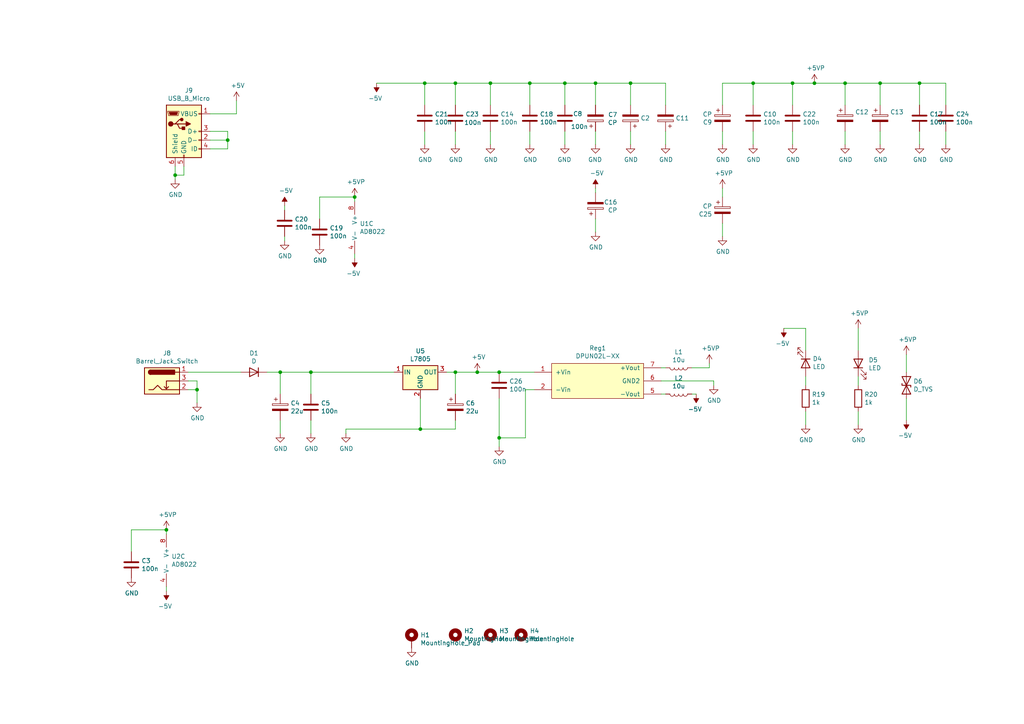
<source format=kicad_sch>
(kicad_sch (version 20211123) (generator eeschema)
  (paper "A4")
  (title_block (rev "C"))
  (lib_symbols
    (symbol "Amplifier_Operational:LM358" (pin_names (offset 0.127))
      (property "Reference" "U" (at 0 5.08 0))
      (property "Value" "LM358" (at 0 -5.08 0))
      (symbol "LM358_1_1"
        (polyline (pts (xy -5.08 5.08) (xy 5.08 0) (xy -5.08 -5.08) (xy -5.08 5.08)) (stroke (width 0.254)) (fill (type background)))
        (pin output line (at 7.62 0 180) (length 2.54) (name "~") (number "1"))
        (pin input line (at -7.62 -2.54 0) (length 2.54) (name "-") (number "2"))
        (pin input line (at -7.62 2.54 0) (length 2.54) (name "+") (number "3"))
      )
      (symbol "LM358_2_1"
        (polyline (pts (xy -5.08 5.08) (xy 5.08 0) (xy -5.08 -5.08) (xy -5.08 5.08)) (stroke (width 0.254)) (fill (type background)))
        (pin input line (at -7.62 2.54 0) (length 2.54) (name "+") (number "5"))
        (pin input line (at -7.62 -2.54 0) (length 2.54) (name "-") (number "6"))
        (pin output line (at 7.62 0 180) (length 2.54) (name "~") (number "7"))
      )
      (symbol "LM358_3_1"
        (pin power_in line (at -2.54 -7.62 90) (length 3.81) (name "V-") (number "4"))
        (pin power_in line (at -2.54 7.62 270) (length 3.81) (name "V+") (number "8"))
      )
    )
    (symbol "Connector:Barrel_Jack_Switch" (pin_names hide)
      (property "Reference" "J" (at 0 5.334 0))
      (property "Value" "Barrel_Jack_Switch" (at 0 -5.08 0))
      (symbol "Barrel_Jack_Switch_0_1"
        (rectangle (start -5.08 3.81) (end 5.08 -3.81) (stroke (width 0.254)) (fill (type background)))
        (arc (start -3.302 3.175) (mid -3.937 2.54) (end -3.302 1.905) (stroke (width 0.254)))
        (arc (start -3.302 3.175) (mid -3.937 2.54) (end -3.302 1.905) (stroke (width 0.254)) (fill (type outline)))
        (polyline (pts (xy 1.27 -2.286) (xy 1.905 -1.651)) (stroke (width 0.254)))
        (polyline (pts (xy 5.08 2.54) (xy 3.81 2.54)) (stroke (width 0.254)))
        (polyline (pts (xy 5.08 0) (xy 1.27 0) (xy 1.27 -2.286) (xy 0.635 -1.651)) (stroke (width 0.254)))
        (polyline (pts (xy -3.81 -2.54) (xy -2.54 -2.54) (xy -1.27 -1.27) (xy 0 -2.54) (xy 2.54 -2.54) (xy 5.08 -2.54)) (stroke (width 0.254)))
        (rectangle (start 3.683 3.175) (end -3.302 1.905) (stroke (width 0.254)) (fill (type outline)))
      )
      (symbol "Barrel_Jack_Switch_1_1"
        (pin passive line (at 7.62 2.54 180) (length 2.54) (name "~") (number "1"))
        (pin passive line (at 7.62 -2.54 180) (length 2.54) (name "~") (number "2"))
        (pin passive line (at 7.62 0 180) (length 2.54) (name "~") (number "3"))
      )
    )
    (symbol "Connector:USB_B_Micro" (pin_names (offset 1.016))
      (property "Reference" "J" (at -5.08 11.43 0))
      (property "Value" "USB_B_Micro" (at -5.08 8.89 0))
      (symbol "USB_B_Micro_0_1"
        (rectangle (start -5.08 -7.62) (end 5.08 7.62) (stroke (width 0.254)) (fill (type background)))
        (circle (center -3.81 2.159) (radius 0.635) (stroke (width 0.254)) (fill (type outline)))
        (circle (center -0.635 3.429) (radius 0.381) (stroke (width 0.254)) (fill (type outline)))
        (rectangle (start -0.127 -7.62) (end 0.127 -6.858))
        (polyline (pts (xy -1.905 2.159) (xy 0.635 2.159)) (stroke (width 0.254)))
        (polyline (pts (xy -3.175 2.159) (xy -2.54 2.159) (xy -1.27 3.429) (xy -0.635 3.429)) (stroke (width 0.254)))
        (polyline (pts (xy -2.54 2.159) (xy -1.905 2.159) (xy -1.27 0.889) (xy 0 0.889)) (stroke (width 0.254)))
        (polyline (pts (xy 0.635 2.794) (xy 0.635 1.524) (xy 1.905 2.159) (xy 0.635 2.794)) (stroke (width 0.254)) (fill (type outline)))
        (polyline (pts (xy -4.318 5.588) (xy -1.778 5.588) (xy -2.032 4.826) (xy -4.064 4.826) (xy -4.318 5.588)) (fill (type outline)))
        (polyline (pts (xy -4.699 5.842) (xy -4.699 5.588) (xy -4.445 4.826) (xy -4.445 4.572) (xy -1.651 4.572) (xy -1.651 4.826) (xy -1.397 5.588) (xy -1.397 5.842) (xy -4.699 5.842)))
        (rectangle (start 0.254 1.27) (end -0.508 0.508) (stroke (width 0.254)) (fill (type outline)))
        (rectangle (start 5.08 -5.207) (end 4.318 -4.953))
        (rectangle (start 5.08 -2.667) (end 4.318 -2.413))
        (rectangle (start 5.08 -0.127) (end 4.318 0.127))
        (rectangle (start 5.08 4.953) (end 4.318 5.207))
      )
      (symbol "USB_B_Micro_1_1"
        (pin power_out line (at 7.62 5.08 180) (length 2.54) (name "VBUS") (number "1"))
        (pin bidirectional line (at 7.62 -2.54 180) (length 2.54) (name "D-") (number "2"))
        (pin bidirectional line (at 7.62 0 180) (length 2.54) (name "D+") (number "3"))
        (pin passive line (at 7.62 -5.08 180) (length 2.54) (name "ID") (number "4"))
        (pin power_out line (at 0 -10.16 90) (length 2.54) (name "GND") (number "5"))
        (pin passive line (at -2.54 -10.16 90) (length 2.54) (name "Shield") (number "6"))
      )
    )
    (symbol "Device:C" (pin_numbers hide) (pin_names (offset 0.254))
      (property "Reference" "C" (at 0.635 2.54 0))
      (property "Value" "C" (at 0.635 -2.54 0))
      (symbol "C_0_1"
        (polyline (pts (xy -2.032 -0.762) (xy 2.032 -0.762)) (stroke (width 0.508)))
        (polyline (pts (xy -2.032 0.762) (xy 2.032 0.762)) (stroke (width 0.508)))
      )
      (symbol "C_1_1"
        (pin passive line (at 0 3.81 270) (length 2.794) (name "~") (number "1"))
        (pin passive line (at 0 -3.81 90) (length 2.794) (name "~") (number "2"))
      )
    )
    (symbol "Device:CP" (pin_numbers hide) (pin_names (offset 0.254))
      (property "Reference" "C" (at 0.635 2.54 0))
      (property "Value" "Device_CP" (at 0.635 -2.54 0))
      (symbol "CP_0_1"
        (rectangle (start -2.286 0.508) (end 2.286 1.016))
        (polyline (pts (xy -1.778 2.286) (xy -0.762 2.286)))
        (polyline (pts (xy -1.27 2.794) (xy -1.27 1.778)))
        (rectangle (start 2.286 -0.508) (end -2.286 -1.016) (fill (type outline)))
      )
      (symbol "CP_1_1"
        (pin passive line (at 0 3.81 270) (length 2.794) (name "~") (number "1"))
        (pin passive line (at 0 -3.81 90) (length 2.794) (name "~") (number "2"))
      )
    )
    (symbol "Device:C_Polarized" (pin_numbers hide) (pin_names (offset 0.254))
      (property "Reference" "C" (at 0.635 2.54 0))
      (property "Value" "C_Polarized" (at 0.635 -2.54 0))
      (symbol "C_Polarized_0_1"
        (rectangle (start -2.286 0.508) (end 2.286 1.016))
        (polyline (pts (xy -1.778 2.286) (xy -0.762 2.286)))
        (polyline (pts (xy -1.27 2.794) (xy -1.27 1.778)))
        (rectangle (start 2.286 -0.508) (end -2.286 -1.016) (fill (type outline)))
      )
      (symbol "C_Polarized_1_1"
        (pin passive line (at 0 3.81 270) (length 2.794) (name "~") (number "1"))
        (pin passive line (at 0 -3.81 90) (length 2.794) (name "~") (number "2"))
      )
    )
    (symbol "Device:D" (pin_numbers hide) (pin_names (offset 1.016) hide)
      (property "Reference" "D" (at 0 2.54 0))
      (property "Value" "D" (at 0 -2.54 0))
      (symbol "D_0_1"
        (polyline (pts (xy -1.27 1.27) (xy -1.27 -1.27)) (stroke (width 0.254)))
        (polyline (pts (xy 1.27 0) (xy -1.27 0)))
        (polyline (pts (xy 1.27 1.27) (xy 1.27 -1.27) (xy -1.27 0) (xy 1.27 1.27)) (stroke (width 0.254)))
      )
      (symbol "D_1_1"
        (pin passive line (at -3.81 0 0) (length 2.54) (name "K") (number "1"))
        (pin passive line (at 3.81 0 180) (length 2.54) (name "A") (number "2"))
      )
    )
    (symbol "Device:D_TVS" (pin_numbers hide) (pin_names (offset 1.016) hide)
      (property "Reference" "D" (at 0 2.54 0))
      (property "Value" "D_TVS" (at 0 -2.54 0))
      (symbol "D_TVS_0_1"
        (polyline (pts (xy 1.27 0) (xy -1.27 0)))
        (polyline (pts (xy 0.508 1.27) (xy 0 1.27) (xy 0 -1.27) (xy -0.508 -1.27)) (stroke (width 0.254)))
        (polyline (pts (xy -2.54 1.27) (xy -2.54 -1.27) (xy 2.54 1.27) (xy 2.54 -1.27) (xy -2.54 1.27)) (stroke (width 0.254)))
      )
      (symbol "D_TVS_1_1"
        (pin passive line (at -3.81 0 0) (length 2.54) (name "A1") (number "1"))
        (pin passive line (at 3.81 0 180) (length 2.54) (name "A2") (number "2"))
      )
    )
    (symbol "Device:L" (pin_numbers hide) (pin_names (offset 1.016) hide)
      (property "Reference" "L" (at -1.27 0 90))
      (property "Value" "L" (at 1.905 0 90))
      (symbol "L_0_1"
        (arc (start 0 -2.54) (mid 0.635 -1.905) (end 0 -1.27))
        (arc (start 0 -1.27) (mid 0.635 -0.635) (end 0 0))
        (arc (start 0 0) (mid 0.635 0.635) (end 0 1.27))
        (arc (start 0 1.27) (mid 0.635 1.905) (end 0 2.54))
      )
      (symbol "L_1_1"
        (pin passive line (at 0 3.81 270) (length 1.27) (name "1") (number "1"))
        (pin passive line (at 0 -3.81 90) (length 1.27) (name "2") (number "2"))
      )
    )
    (symbol "Device:LED" (pin_numbers hide) (pin_names (offset 1.016) hide)
      (property "Reference" "D" (at 0 2.54 0))
      (property "Value" "LED" (at 0 -2.54 0))
      (symbol "LED_0_1"
        (polyline (pts (xy -1.27 -1.27) (xy -1.27 1.27)) (stroke (width 0.254)))
        (polyline (pts (xy -1.27 0) (xy 1.27 0)))
        (polyline (pts (xy 1.27 -1.27) (xy 1.27 1.27) (xy -1.27 0) (xy 1.27 -1.27)) (stroke (width 0.254)))
        (polyline (pts (xy -3.048 -0.762) (xy -4.572 -2.286) (xy -3.81 -2.286) (xy -4.572 -2.286) (xy -4.572 -1.524)))
        (polyline (pts (xy -1.778 -0.762) (xy -3.302 -2.286) (xy -2.54 -2.286) (xy -3.302 -2.286) (xy -3.302 -1.524)))
      )
      (symbol "LED_1_1"
        (pin passive line (at -3.81 0 0) (length 2.54) (name "K") (number "1"))
        (pin passive line (at 3.81 0 180) (length 2.54) (name "A") (number "2"))
      )
    )
    (symbol "Device:R" (pin_numbers hide) (pin_names (offset 0))
      (property "Reference" "R" (at 2.032 0 90))
      (property "Value" "R" (at 0 0 90))
      (symbol "R_0_1"
        (rectangle (start -1.016 -2.54) (end 1.016 2.54) (stroke (width 0.254)))
      )
      (symbol "R_1_1"
        (pin passive line (at 0 3.81 270) (length 1.27) (name "~") (number "1"))
        (pin passive line (at 0 -3.81 90) (length 1.27) (name "~") (number "2"))
      )
    )
    (symbol "Martinos:DPUN02L-XX" (pin_names (offset 1.016))
      (property "Reference" "Reg" (at 0 -1.27 0))
      (property "Value" "Martinos_DPUN02L-XX" (at -1.27 1.27 0))
      (symbol "DPUN02L-XX_0_1"
        (rectangle (start -13.97 5.08) (end 12.7 -5.08) (fill (type background)))
      )
      (symbol "DPUN02L-XX_1_1"
        (pin power_in line (at -19.05 2.54 0) (length 5.08) (name "+Vin") (number "1"))
        (pin power_in line (at -19.05 -2.54 0) (length 5.08) (name "-Vin") (number "2"))
        (pin power_out line (at 17.78 -3.81 180) (length 5.08) (name "-Vout") (number "5"))
        (pin power_out line (at 17.78 0 180) (length 5.08) (name "GND2") (number "6"))
        (pin power_out line (at 17.78 3.81 180) (length 5.08) (name "+Vout") (number "7"))
      )
    )
    (symbol "Mechanical:MountingHole" (pin_names (offset 1.016))
      (property "Reference" "H" (at 0 5.08 0))
      (property "Value" "MountingHole" (at 0 3.175 0))
      (symbol "MountingHole_0_1"
        (circle (center 0 0) (radius 1.27) (stroke (width 1.27)))
      )
    )
    (symbol "Mechanical:MountingHole_Pad" (pin_numbers hide) (pin_names (offset 1.016) hide)
      (property "Reference" "H" (at 0 6.35 0))
      (property "Value" "MountingHole_Pad" (at 0 4.445 0))
      (symbol "MountingHole_Pad_0_1"
        (circle (center 0 1.27) (radius 1.27) (stroke (width 1.27)))
      )
      (symbol "MountingHole_Pad_1_1"
        (pin input line (at 0 -2.54 90) (length 2.54) (name "1") (number "1"))
      )
    )
    (symbol "Regulator_Linear:L7805" (pin_names (offset 0.254))
      (property "Reference" "U" (at -3.81 3.175 0))
      (property "Value" "L7805" (at 0 3.175 0))
      (symbol "L7805_0_1"
        (rectangle (start -5.08 1.905) (end 5.08 -5.08) (stroke (width 0.254)) (fill (type background)))
      )
      (symbol "L7805_1_1"
        (pin power_in line (at -7.62 0 0) (length 2.54) (name "IN") (number "1"))
        (pin power_in line (at 0 -7.62 90) (length 2.54) (name "GND") (number "2"))
        (pin power_out line (at 7.62 0 180) (length 2.54) (name "OUT") (number "3"))
      )
    )
    (symbol "power:+5V" (power) (pin_names (offset 0))
      (property "Value" "+5V" (at 0 3.556 0))
      (symbol "+5V_0_1"
        (polyline (pts (xy -0.762 1.27) (xy 0 2.54)))
        (polyline (pts (xy 0 0) (xy 0 2.54)))
        (polyline (pts (xy 0 2.54) (xy 0.762 1.27)))
      )
      (symbol "+5V_1_1"
        (pin power_in line (at 0 0 90) (length 0) hide (name "+5V") (number "1"))
      )
    )
    (symbol "power:+5VP" (power) (pin_names (offset 0))
      (property "Value" "+5VP" (at 0 3.556 0))
      (symbol "+5VP_0_1"
        (polyline (pts (xy -0.762 1.27) (xy 0 2.54)))
        (polyline (pts (xy 0 0) (xy 0 2.54)))
        (polyline (pts (xy 0 2.54) (xy 0.762 1.27)))
      )
      (symbol "+5VP_1_1"
        (pin power_in line (at 0 0 90) (length 0) hide (name "+5VP") (number "1"))
      )
    )
    (symbol "power:-5V" (power) (pin_names (offset 0))
      (property "Value" "-5V" (at 0 3.81 0))
      (symbol "-5V_0_0"
        (pin power_in line (at 0 0 90) (length 0) hide (name "-5V") (number "1"))
      )
      (symbol "-5V_0_1"
        (polyline (pts (xy 0 0) (xy 0 1.27) (xy 0.762 1.27) (xy 0 2.54) (xy -0.762 1.27) (xy 0 1.27)) (fill (type outline)))
      )
    )
    (symbol "power:GND" (power) (pin_names (offset 0))
      (property "Value" "GND" (at 0 -3.81 0))
      (symbol "GND_0_1"
        (polyline (pts (xy 0 0) (xy 0 -1.27) (xy 1.27 -1.27) (xy 0 -2.54) (xy -1.27 -1.27) (xy 0 -1.27)))
      )
      (symbol "GND_1_1"
        (pin power_in line (at 0 0 270) (length 0) hide (name "GND") (number "1"))
      )
    )
  )
  (junction (at 144.78 127))
  (junction (at 245.11 24.13))
  (junction (at 163.83 24.13))
  (junction (at 121.92 124.46))
  (junction (at 90.17 107.95))
  (junction (at 81.28 107.95))
  (junction (at 50.8 50.8))
  (junction (at 236.22 24.13))
  (junction (at 66.04 40.64))
  (junction (at 142.24 24.13))
  (junction (at 132.08 107.95))
  (junction (at 218.44 24.13))
  (junction (at 132.08 24.13))
  (junction (at 48.26 153.67))
  (junction (at 266.7 24.13))
  (junction (at 182.88 24.13))
  (junction (at 144.78 107.95))
  (junction (at 138.43 107.95))
  (junction (at 57.15 113.03))
  (junction (at 123.19 24.13))
  (junction (at 229.87 24.13))
  (junction (at 153.67 24.13))
  (junction (at 102.87 57.15))
  (junction (at 255.27 24.13))
  (junction (at 172.72 24.13))
  (wire (pts (xy 138.43 107.95) (xy 144.78 107.95)))
  (wire (pts (xy 207.01 110.49) (xy 207.01 111.76)))
  (wire (pts (xy 172.72 67.31) (xy 172.72 63.5)))
  (wire (pts (xy 255.27 24.13) (xy 255.27 30.48)))
  (wire (pts (xy 172.72 54.61) (xy 172.72 55.88)))
  (wire (pts (xy 66.04 43.18) (xy 66.04 40.64)))
  (wire (pts (xy 191.77 106.68) (xy 193.04 106.68)))
  (wire (pts (xy 266.7 24.13) (xy 266.7 30.48)))
  (wire (pts (xy 54.61 113.03) (xy 57.15 113.03)))
  (wire (pts (xy 255.27 24.13) (xy 266.7 24.13)))
  (wire (pts (xy 172.72 41.91) (xy 172.72 38.1)))
  (wire (pts (xy 255.27 41.91) (xy 255.27 38.1)))
  (wire (pts (xy 54.61 107.95) (xy 69.85 107.95)))
  (wire (pts (xy 182.88 41.91) (xy 182.88 38.1)))
  (wire (pts (xy 50.8 52.07) (xy 50.8 50.8)))
  (wire (pts (xy 205.74 106.68) (xy 205.74 105.41)))
  (wire (pts (xy 109.22 24.13) (xy 123.19 24.13)))
  (wire (pts (xy 153.67 24.13) (xy 153.67 30.48)))
  (wire (pts (xy 233.68 111.76) (xy 233.68 109.22)))
  (wire (pts (xy 121.92 124.46) (xy 121.92 115.57)))
  (wire (pts (xy 144.78 129.54) (xy 144.78 127)))
  (wire (pts (xy 81.28 125.73) (xy 81.28 121.92)))
  (wire (pts (xy 172.72 24.13) (xy 163.83 24.13)))
  (wire (pts (xy 245.11 24.13) (xy 255.27 24.13)))
  (wire (pts (xy 266.7 41.91) (xy 266.7 38.1)))
  (wire (pts (xy 121.92 124.46) (xy 132.08 124.46)))
  (wire (pts (xy 229.87 24.13) (xy 236.22 24.13)))
  (wire (pts (xy 132.08 24.13) (xy 132.08 30.48)))
  (wire (pts (xy 60.96 33.02) (xy 68.58 33.02)))
  (wire (pts (xy 218.44 24.13) (xy 229.87 24.13)))
  (wire (pts (xy 152.4 127) (xy 144.78 127)))
  (wire (pts (xy 38.1 153.67) (xy 38.1 160.02)))
  (wire (pts (xy 154.94 113.03) (xy 152.4 113.03)))
  (wire (pts (xy 274.32 24.13) (xy 274.32 30.48)))
  (wire (pts (xy 48.26 153.67) (xy 38.1 153.67)))
  (wire (pts (xy 81.28 107.95) (xy 81.28 114.3)))
  (wire (pts (xy 245.11 24.13) (xy 245.11 30.48)))
  (wire (pts (xy 248.92 111.76) (xy 248.92 109.22)))
  (wire (pts (xy 182.88 24.13) (xy 182.88 30.48)))
  (wire (pts (xy 245.11 41.91) (xy 245.11 38.1)))
  (wire (pts (xy 209.55 41.91) (xy 209.55 38.1)))
  (wire (pts (xy 209.55 54.61) (xy 209.55 57.15)))
  (wire (pts (xy 233.68 119.38) (xy 233.68 123.19)))
  (wire (pts (xy 153.67 41.91) (xy 153.67 38.1)))
  (wire (pts (xy 182.88 24.13) (xy 193.04 24.13)))
  (wire (pts (xy 57.15 110.49) (xy 57.15 113.03)))
  (wire (pts (xy 209.55 24.13) (xy 209.55 30.48)))
  (wire (pts (xy 102.87 73.66) (xy 102.87 74.93)))
  (wire (pts (xy 172.72 24.13) (xy 182.88 24.13)))
  (wire (pts (xy 274.32 41.91) (xy 274.32 38.1)))
  (wire (pts (xy 48.26 153.67) (xy 48.26 154.94)))
  (wire (pts (xy 248.92 119.38) (xy 248.92 123.19)))
  (wire (pts (xy 262.89 102.87) (xy 262.89 107.95)))
  (wire (pts (xy 66.04 40.64) (xy 60.96 40.64)))
  (wire (pts (xy 144.78 115.57) (xy 144.78 127)))
  (wire (pts (xy 142.24 41.91) (xy 142.24 38.1)))
  (wire (pts (xy 129.54 107.95) (xy 132.08 107.95)))
  (wire (pts (xy 163.83 24.13) (xy 163.83 30.48)))
  (wire (pts (xy 132.08 124.46) (xy 132.08 121.92)))
  (wire (pts (xy 81.28 107.95) (xy 90.17 107.95)))
  (wire (pts (xy 142.24 24.13) (xy 153.67 24.13)))
  (wire (pts (xy 60.96 43.18) (xy 66.04 43.18)))
  (wire (pts (xy 138.43 107.95) (xy 132.08 107.95)))
  (wire (pts (xy 48.26 170.18) (xy 48.26 171.45)))
  (wire (pts (xy 66.04 38.1) (xy 66.04 40.64)))
  (wire (pts (xy 153.67 24.13) (xy 163.83 24.13)))
  (wire (pts (xy 53.34 50.8) (xy 50.8 50.8)))
  (wire (pts (xy 191.77 110.49) (xy 207.01 110.49)))
  (wire (pts (xy 123.19 41.91) (xy 123.19 38.1)))
  (wire (pts (xy 92.71 57.15) (xy 92.71 63.5)))
  (wire (pts (xy 200.66 114.3) (xy 201.93 114.3)))
  (wire (pts (xy 102.87 57.15) (xy 102.87 58.42)))
  (wire (pts (xy 142.24 24.13) (xy 142.24 30.48)))
  (wire (pts (xy 90.17 107.95) (xy 114.3 107.95)))
  (wire (pts (xy 100.33 125.73) (xy 100.33 124.46)))
  (wire (pts (xy 218.44 41.91) (xy 218.44 38.1)))
  (wire (pts (xy 54.61 110.49) (xy 57.15 110.49)))
  (wire (pts (xy 57.15 113.03) (xy 57.15 116.84)))
  (wire (pts (xy 132.08 107.95) (xy 132.08 114.3)))
  (wire (pts (xy 218.44 24.13) (xy 218.44 30.48)))
  (wire (pts (xy 132.08 41.91) (xy 132.08 38.1)))
  (wire (pts (xy 262.89 115.57) (xy 262.89 121.92)))
  (wire (pts (xy 191.77 114.3) (xy 193.04 114.3)))
  (wire (pts (xy 266.7 24.13) (xy 274.32 24.13)))
  (wire (pts (xy 248.92 95.25) (xy 248.92 101.6)))
  (wire (pts (xy 123.19 24.13) (xy 123.19 30.48)))
  (wire (pts (xy 163.83 41.91) (xy 163.83 38.1)))
  (wire (pts (xy 68.58 33.02) (xy 68.58 29.21)))
  (wire (pts (xy 200.66 106.68) (xy 205.74 106.68)))
  (wire (pts (xy 50.8 50.8) (xy 50.8 48.26)))
  (wire (pts (xy 152.4 113.03) (xy 152.4 127)))
  (wire (pts (xy 193.04 41.91) (xy 193.04 38.1)))
  (wire (pts (xy 90.17 125.73) (xy 90.17 121.92)))
  (wire (pts (xy 172.72 24.13) (xy 172.72 30.48)))
  (wire (pts (xy 82.55 59.69) (xy 82.55 60.96)))
  (wire (pts (xy 236.22 24.13) (xy 245.11 24.13)))
  (wire (pts (xy 100.33 124.46) (xy 121.92 124.46)))
  (wire (pts (xy 53.34 48.26) (xy 53.34 50.8)))
  (wire (pts (xy 144.78 107.95) (xy 154.94 107.95)))
  (wire (pts (xy 229.87 30.48) (xy 229.87 24.13)))
  (wire (pts (xy 209.55 24.13) (xy 218.44 24.13)))
  (wire (pts (xy 229.87 41.91) (xy 229.87 38.1)))
  (wire (pts (xy 60.96 38.1) (xy 66.04 38.1)))
  (wire (pts (xy 82.55 68.58) (xy 82.55 69.85)))
  (wire (pts (xy 132.08 24.13) (xy 142.24 24.13)))
  (wire (pts (xy 102.87 57.15) (xy 92.71 57.15)))
  (wire (pts (xy 90.17 107.95) (xy 90.17 114.3)))
  (wire (pts (xy 193.04 24.13) (xy 193.04 30.48)))
  (wire (pts (xy 209.55 68.58) (xy 209.55 64.77)))
  (wire (pts (xy 77.47 107.95) (xy 81.28 107.95)))
  (wire (pts (xy 233.68 95.25) (xy 233.68 101.6)))
  (wire (pts (xy 233.68 95.25) (xy 227.33 95.25)))
  (wire (pts (xy 123.19 24.13) (xy 132.08 24.13)))
  (symbol (lib_id "power:GND") (at 172.72 41.91 0) (mirror y) (unit 1)
    (property "Reference" "#PWR0134" (effects hide))
    (property "Value" "GND" (at 172.593 46.3042 0))
  )
  (symbol (lib_id "power:GND") (at 92.71 71.12 0) (unit 1)
    (property "Reference" "#PWR0160" (effects hide))
    (property "Value" "GND" (at 92.837 75.5142 0))
  )
  (symbol (lib_id "Connector:Barrel_Jack_Switch") (at 46.99 110.49 0) (unit 1)
    (property "Reference" "J8" (at 48.4378 102.4382 0))
    (property "Value" "Barrel_Jack_Switch" (at 48.4378 104.7496 0))
    (property "Footprint" "Connector_BarrelJack:BarrelJack_Horizontal" (effects hide))
  )
  (symbol (lib_id "Mechanical:MountingHole") (at 151.13 184.15 0) (unit 1)
    (property "Reference" "H4" (at 153.67 182.9816 0) (effects (justify left)))
    (property "Value" "MountingHole" (at 153.67 185.293 0) (effects (justify left)))
    (property "Footprint" "MountingHole:MountingHole_4mm" (effects hide))
  )
  (symbol (lib_id "Device:D_TVS") (at 262.89 111.76 270) (unit 1)
    (property "Reference" "D6" (at 264.922 110.5916 90) (effects (justify left)))
    (property "Value" "D_TVS" (at 264.922 112.903 90) (effects (justify left)))
    (property "Footprint" "Diode_SMD:D_SMA" (effects hide))
  )
  (symbol (lib_id "Device:L") (at 196.85 114.3 270) (unit 1)
    (property "Reference" "L2" (at 196.85 109.7026 90))
    (property "Value" "10u" (at 196.85 112.014 90))
    (property "Footprint" "Inductor_SMD:L_Taiyo-Yuden_NR-60xx_HandSoldering" (effects hide))
  )
  (symbol (lib_id "Device:C") (at 274.32 34.29 0) (unit 1)
    (property "Reference" "C24" (at 277.241 33.1216 0) (effects (justify left)))
    (property "Value" "100n" (at 277.241 35.433 0) (effects (justify left)))
    (property "Footprint" "Capacitor_SMD:C_0805_2012Metric" (effects hide))
  )
  (symbol (lib_id "Device:C") (at 90.17 118.11 0) (unit 1)
    (property "Reference" "C5" (at 93.091 116.9416 0) (effects (justify left)))
    (property "Value" "100n" (at 93.091 119.253 0) (effects (justify left)))
    (property "Footprint" "Capacitor_SMD:C_0805_2012Metric" (effects hide))
  )
  (symbol (lib_id "power:GND") (at 193.04 41.91 0) (unit 1)
    (property "Reference" "#PWR0136" (effects hide))
    (property "Value" "GND" (at 193.167 46.3042 0))
  )
  (symbol (lib_id "power:GND") (at 172.72 67.31 0) (unit 1)
    (property "Reference" "#PWR0173" (effects hide))
    (property "Value" "GND" (at 172.847 71.7042 0))
  )
  (symbol (lib_id "Device:CP") (at 209.55 60.96 0) (unit 1)
    (property "Reference" "C25" (at 206.5528 62.1284 0) (effects (justify right)))
    (property "Value" "CP" (at 206.5528 59.817 0) (effects (justify right)))
    (property "Footprint" "Capacitor_THT:CP_Radial_D8.0mm_P5.00mm" (effects hide))
  )
  (symbol (lib_id "power:GND") (at 90.17 125.73 0) (unit 1)
    (property "Reference" "#PWR0117" (effects hide))
    (property "Value" "GND" (at 90.297 130.1242 0))
  )
  (symbol (lib_id "Mechanical:MountingHole") (at 132.08 184.15 0) (unit 1)
    (property "Reference" "H2" (at 134.62 182.9816 0) (effects (justify left)))
    (property "Value" "MountingHole" (at 134.62 185.293 0) (effects (justify left)))
    (property "Footprint" "MountingHole:MountingHole_4mm" (effects hide))
  )
  (symbol (lib_id "Device:C") (at 38.1 163.83 0) (unit 1)
    (property "Reference" "C3" (at 41.021 162.6616 0) (effects (justify left)))
    (property "Value" "100n" (at 41.021 164.973 0) (effects (justify left)))
    (property "Footprint" "Capacitor_SMD:C_0805_2012Metric" (effects hide))
  )
  (symbol (lib_id "Device:C_Polarized") (at 182.88 34.29 180) (unit 1)
    (property "Reference" "C2" (at 185.801 34.2705 0) (effects (justify right)))
    (property "Value" "C_Polarized" (effects hide))
    (property "Footprint" "Capacitor_SMD:C_1206_3216Metric_Pad1.33x1.80mm_HandSolder" (effects hide))
  )
  (symbol (lib_id "Regulator_Linear:L7805") (at 121.92 107.95 0) (unit 1)
    (property "Reference" "U5" (at 121.92 101.8032 0))
    (property "Value" "L7805" (at 121.92 104.1146 0))
    (property "Footprint" "Package_TO_SOT_THT:TO-220-3_Vertical" (effects hide))
    (property "Datasheet" "http://www.st.com/content/ccc/resource/technical/document/datasheet/41/4f/b3/b0/12/d4/47/88/CD00000444.pdf/files/CD00000444.pdf/jcr:content/translations/en.CD00000444.pdf" (effects hide))
  )
  (symbol (lib_id "power:GND") (at 209.55 68.58 0) (unit 1)
    (property "Reference" "#PWR0155" (effects hide))
    (property "Value" "GND" (at 209.677 72.9742 0))
  )
  (symbol (lib_id "power:GND") (at 233.68 123.19 0) (unit 1)
    (property "Reference" "#PWR0104" (effects hide))
    (property "Value" "GND" (at 233.807 127.5842 0))
  )
  (symbol (lib_id "Device:C") (at 266.7 34.29 0) (unit 1)
    (property "Reference" "C17" (at 269.621 33.1216 0) (effects (justify left)))
    (property "Value" "100n" (at 269.621 35.433 0) (effects (justify left)))
    (property "Footprint" "Capacitor_SMD:C_0805_2012Metric" (effects hide))
  )
  (symbol (lib_id "power:+5VP") (at 248.92 95.25 0) (unit 1)
    (property "Reference" "#PWR0165" (effects hide))
    (property "Value" "+5VP" (at 249.301 90.8558 0))
  )
  (symbol (lib_id "power:-5V") (at 262.89 121.92 180) (unit 1)
    (property "Reference" "#PWR0151" (effects hide))
    (property "Value" "-5V" (at 262.509 126.3142 0))
  )
  (symbol (lib_id "power:-5V") (at 201.93 114.3 180) (unit 1)
    (property "Reference" "#PWR0133" (effects hide))
    (property "Value" "-5V" (at 201.549 118.6942 0))
  )
  (symbol (lib_id "Amplifier_Operational:LM358") (at 50.8 162.56 0) (unit 3)
    (property "Reference" "U2" (at 49.7332 161.3916 0) (effects (justify left)))
    (property "Value" "AD8022" (at 49.7332 163.703 0) (effects (justify left)))
    (property "Footprint" "Package_SO:SO-8_3.9x4.9mm_P1.27mm" (effects hide))
    (property "Datasheet" "http://www.ti.com/lit/ds/symlink/lm2904-n.pdf" (effects hide))
  )
  (symbol (lib_id "Device:C") (at 163.83 34.29 0) (mirror y) (unit 1)
    (property "Reference" "C8" (at 168.91 33.02 0) (effects (justify left)))
    (property "Value" "100n" (at 170.561 36.7284 0) (effects (justify left)))
    (property "Footprint" "Capacitor_SMD:C_0805_2012Metric" (effects hide))
  )
  (symbol (lib_id "power:-5V") (at 227.33 95.25 180) (unit 1)
    (property "Reference" "#PWR0164" (effects hide))
    (property "Value" "-5V" (at 226.949 99.6442 0))
  )
  (symbol (lib_id "power:+5VP") (at 48.26 153.67 0) (unit 1)
    (property "Reference" "#PWR0146" (effects hide))
    (property "Value" "+5VP" (at 48.641 149.2758 0))
  )
  (symbol (lib_id "power:+5VP") (at 205.74 105.41 0) (unit 1)
    (property "Reference" "#PWR0129" (effects hide))
    (property "Value" "+5VP" (at 206.121 101.0158 0))
  )
  (symbol (lib_id "Device:C") (at 92.71 67.31 0) (unit 1)
    (property "Reference" "C19" (at 95.631 66.1416 0) (effects (justify left)))
    (property "Value" "100n" (at 95.631 68.453 0) (effects (justify left)))
    (property "Footprint" "Capacitor_SMD:C_0805_2012Metric" (effects hide))
  )
  (symbol (lib_id "power:GND") (at 142.24 41.91 0) (unit 1)
    (property "Reference" "#PWR0154" (effects hide))
    (property "Value" "GND" (at 142.367 46.3042 0))
  )
  (symbol (lib_id "power:+5VP") (at 236.22 24.13 0) (unit 1)
    (property "Reference" "#PWR0150" (effects hide))
    (property "Value" "+5VP" (at 236.601 19.7358 0))
  )
  (symbol (lib_id "power:GND") (at 123.19 41.91 0) (unit 1)
    (property "Reference" "#PWR0169" (effects hide))
    (property "Value" "GND" (at 123.317 46.3042 0))
  )
  (symbol (lib_id "power:GND") (at 81.28 125.73 0) (unit 1)
    (property "Reference" "#PWR0116" (effects hide))
    (property "Value" "GND" (at 81.407 130.1242 0))
  )
  (symbol (lib_id "Device:C") (at 132.08 34.29 0) (unit 1)
    (property "Reference" "C23" (at 135.001 33.1216 0) (effects (justify left)))
    (property "Value" "100n" (at 134.62 35.56 0) (effects (justify left)))
    (property "Footprint" "Capacitor_SMD:C_0805_2012Metric" (effects hide))
  )
  (symbol (lib_id "Amplifier_Operational:LM358") (at 105.41 66.04 0) (unit 3)
    (property "Reference" "U1" (at 104.3432 64.8716 0) (effects (justify left)))
    (property "Value" "AD8022" (at 104.3432 67.183 0) (effects (justify left)))
    (property "Footprint" "Package_SO:SO-8_3.9x4.9mm_P1.27mm" (effects hide))
    (property "Datasheet" "http://www.ti.com/lit/ds/symlink/lm2904-n.pdf" (effects hide))
  )
  (symbol (lib_id "Device:C") (at 142.24 34.29 0) (unit 1)
    (property "Reference" "C14" (at 145.161 33.1216 0) (effects (justify left)))
    (property "Value" "100n" (at 145.161 35.433 0) (effects (justify left)))
    (property "Footprint" "Capacitor_SMD:C_0805_2012Metric" (effects hide))
  )
  (symbol (lib_id "Device:CP") (at 209.55 34.29 0) (unit 1)
    (property "Reference" "C9" (at 206.5528 35.4584 0) (effects (justify right)))
    (property "Value" "CP" (at 206.5528 33.147 0) (effects (justify right)))
    (property "Footprint" "Capacitor_THT:CP_Radial_D8.0mm_P5.00mm" (effects hide))
  )
  (symbol (lib_id "Device:C_Polarized") (at 255.27 34.29 0) (unit 1)
    (property "Reference" "C13" (at 258.191 32.4925 0) (effects (justify left)))
    (property "Value" "C_Polarized" (effects hide))
    (property "Footprint" "Capacitor_SMD:C_1206_3216Metric_Pad1.33x1.80mm_HandSolder" (effects hide))
  )
  (symbol (lib_id "power:-5V") (at 102.87 74.93 180) (unit 1)
    (property "Reference" "#PWR0159" (effects hide))
    (property "Value" "-5V" (at 102.489 79.3242 0))
  )
  (symbol (lib_id "power:GND") (at 229.87 41.91 0) (unit 1)
    (property "Reference" "#PWR0167" (effects hide))
    (property "Value" "GND" (at 229.997 46.3042 0))
  )
  (symbol (lib_id "power:+5V") (at 68.58 29.21 0) (unit 1)
    (property "Reference" "#PWR0113" (effects hide))
    (property "Value" "+5V" (at 68.961 24.8158 0))
  )
  (symbol (lib_id "power:GND") (at 100.33 125.73 0) (unit 1)
    (property "Reference" "#PWR0118" (effects hide))
    (property "Value" "GND" (at 100.457 130.1242 0))
  )
  (symbol (lib_id "power:GND") (at 153.67 41.91 0) (unit 1)
    (property "Reference" "#PWR0156" (effects hide))
    (property "Value" "GND" (at 153.797 46.3042 0))
  )
  (symbol (lib_id "Device:LED") (at 233.68 105.41 270) (unit 1)
    (property "Reference" "D4" (at 235.712 104.0638 90) (effects (justify left)))
    (property "Value" "LED" (at 235.712 106.3752 90) (effects (justify left)))
    (property "Footprint" "LED_SMD:LED_1206_3216Metric" (effects hide))
  )
  (symbol (lib_id "Connector:USB_B_Micro") (at 53.34 38.1 0) (unit 1)
    (property "Reference" "J9" (at 54.7878 26.2382 0))
    (property "Value" "USB_B_Micro" (at 54.7878 28.5496 0))
    (property "Footprint" "Connector_USB:USB_Micro-B_Wuerth_629105150521" (effects hide))
  )
  (symbol (lib_id "Device:C") (at 229.87 34.29 0) (unit 1)
    (property "Reference" "C22" (at 232.791 33.1216 0) (effects (justify left)))
    (property "Value" "100n" (at 232.791 35.433 0) (effects (justify left)))
    (property "Footprint" "Capacitor_SMD:C_0805_2012Metric" (effects hide))
  )
  (symbol (lib_id "power:GND") (at 57.15 116.84 0) (unit 1)
    (property "Reference" "#PWR0115" (effects hide))
    (property "Value" "GND" (at 57.277 121.2342 0))
  )
  (symbol (lib_id "power:GND") (at 182.88 41.91 0) (unit 1)
    (property "Reference" "#PWR0131" (effects hide))
    (property "Value" "GND" (at 183.007 46.3042 0))
  )
  (symbol (lib_id "Mechanical:MountingHole") (at 142.24 184.15 0) (unit 1)
    (property "Reference" "H3" (at 144.78 182.9816 0) (effects (justify left)))
    (property "Value" "MountingHole" (at 144.78 185.293 0) (effects (justify left)))
    (property "Footprint" "MountingHole:MountingHole_4mm" (effects hide))
  )
  (symbol (lib_id "Device:R") (at 233.68 115.57 0) (unit 1)
    (property "Reference" "R19" (at 235.458 114.4016 0) (effects (justify left)))
    (property "Value" "1k" (at 235.458 116.713 0) (effects (justify left)))
    (property "Footprint" "Resistor_SMD:R_1206_3216Metric" (effects hide))
  )
  (symbol (lib_id "Device:C") (at 82.55 64.77 0) (unit 1)
    (property "Reference" "C20" (at 85.471 63.6016 0) (effects (justify left)))
    (property "Value" "100n" (at 85.471 65.913 0) (effects (justify left)))
    (property "Footprint" "Capacitor_SMD:C_0805_2012Metric" (effects hide))
  )
  (symbol (lib_id "power:GND") (at 163.83 41.91 0) (mirror y) (unit 1)
    (property "Reference" "#PWR0135" (effects hide))
    (property "Value" "GND" (at 163.703 46.3042 0))
  )
  (symbol (lib_id "Device:D") (at 73.66 107.95 180) (unit 1)
    (property "Reference" "D1" (at 73.66 102.4382 0))
    (property "Value" "D" (at 73.66 104.7496 0))
    (property "Footprint" "Diode_SMD:D_SMA" (effects hide))
  )
  (symbol (lib_id "power:GND") (at 38.1 167.64 0) (unit 1)
    (property "Reference" "#PWR0147" (effects hide))
    (property "Value" "GND" (at 38.227 172.0342 0))
  )
  (symbol (lib_id "Device:C_Polarized") (at 193.04 34.29 180) (unit 1)
    (property "Reference" "C11" (at 195.961 34.2705 0) (effects (justify right)))
    (property "Value" "C_Polarized" (effects hide))
    (property "Footprint" "Capacitor_SMD:C_1206_3216Metric_Pad1.33x1.80mm_HandSolder" (effects hide))
  )
  (symbol (lib_id "power:GND") (at 209.55 41.91 0) (unit 1)
    (property "Reference" "#PWR0143" (effects hide))
    (property "Value" "GND" (at 209.677 46.3042 0))
  )
  (symbol (lib_id "Device:CP") (at 132.08 118.11 0) (unit 1)
    (property "Reference" "C6" (at 135.0772 116.9416 0) (effects (justify left)))
    (property "Value" "22u" (at 135.0772 119.253 0) (effects (justify left)))
    (property "Footprint" "Capacitor_THT:CP_Radial_D5.0mm_P2.00mm" (effects hide))
  )
  (symbol (lib_id "Device:L") (at 196.85 106.68 270) (unit 1)
    (property "Reference" "L1" (at 196.85 102.0826 90))
    (property "Value" "10u" (at 196.85 104.394 90))
    (property "Footprint" "Inductor_SMD:L_Taiyo-Yuden_NR-60xx_HandSoldering" (effects hide))
  )
  (symbol (lib_id "power:GND") (at 255.27 41.91 0) (unit 1)
    (property "Reference" "#PWR0126" (effects hide))
    (property "Value" "GND" (at 255.397 46.3042 0))
  )
  (symbol (lib_id "power:+5VP") (at 262.89 102.87 0) (unit 1)
    (property "Reference" "#PWR0153" (effects hide))
    (property "Value" "+5VP" (at 263.271 98.4758 0))
  )
  (symbol (lib_id "power:-5V") (at 172.72 54.61 0) (unit 1)
    (property "Reference" "#PWR0172" (effects hide))
    (property "Value" "-5V" (at 173.101 50.2158 0))
  )
  (symbol (lib_id "Device:C_Polarized") (at 245.11 34.29 0) (unit 1)
    (property "Reference" "C12" (at 248.031 32.4925 0) (effects (justify left)))
    (property "Value" "C_Polarized" (effects hide))
    (property "Footprint" "Capacitor_SMD:C_1206_3216Metric_Pad1.33x1.80mm_HandSolder" (effects hide))
  )
  (symbol (lib_id "Mechanical:MountingHole_Pad") (at 119.38 185.42 0) (unit 1)
    (property "Reference" "H1" (at 121.92 184.1754 0) (effects (justify left)))
    (property "Value" "MountingHole_Pad" (at 121.92 186.4868 0) (effects (justify left)))
    (property "Footprint" "MountingHole:MountingHole_4.3mm_M4_Pad" (effects hide))
  )
  (symbol (lib_id "power:GND") (at 144.78 129.54 0) (unit 1)
    (property "Reference" "#PWR0119" (effects hide))
    (property "Value" "GND" (at 144.907 133.9342 0))
  )
  (symbol (lib_id "power:-5V") (at 109.22 24.13 180) (unit 1)
    (property "Reference" "#PWR0157" (effects hide))
    (property "Value" "-5V" (at 108.839 28.5242 0))
  )
  (symbol (lib_id "Device:C") (at 153.67 34.29 0) (unit 1)
    (property "Reference" "C18" (at 156.591 33.1216 0) (effects (justify left)))
    (property "Value" "100n" (at 156.591 35.433 0) (effects (justify left)))
    (property "Footprint" "Capacitor_SMD:C_0805_2012Metric" (effects hide))
  )
  (symbol (lib_id "Device:C") (at 123.19 34.29 0) (unit 1)
    (property "Reference" "C21" (at 126.111 33.1216 0) (effects (justify left)))
    (property "Value" "100n" (at 126.111 35.433 0) (effects (justify left)))
    (property "Footprint" "Capacitor_SMD:C_0805_2012Metric" (effects hide))
  )
  (symbol (lib_id "power:+5V") (at 138.43 107.95 0) (unit 1)
    (property "Reference" "#PWR0124" (effects hide))
    (property "Value" "+5V" (at 138.811 103.5558 0))
  )
  (symbol (lib_id "power:GND") (at 82.55 69.85 0) (unit 1)
    (property "Reference" "#PWR0161" (effects hide))
    (property "Value" "GND" (at 82.677 74.2442 0))
  )
  (symbol (lib_id "power:GND") (at 218.44 41.91 0) (unit 1)
    (property "Reference" "#PWR0144" (effects hide))
    (property "Value" "GND" (at 218.567 46.3042 0))
  )
  (symbol (lib_id "power:-5V") (at 48.26 171.45 180) (unit 1)
    (property "Reference" "#PWR0166" (effects hide))
    (property "Value" "-5V" (at 47.879 175.8442 0))
  )
  (symbol (lib_id "Device:C") (at 144.78 111.76 0) (unit 1)
    (property "Reference" "C26" (at 147.701 110.5916 0) (effects (justify left)))
    (property "Value" "100n" (at 147.701 112.903 0) (effects (justify left)))
    (property "Footprint" "Capacitor_SMD:C_0805_2012Metric" (effects hide))
  )
  (symbol (lib_id "power:GND") (at 248.92 123.19 0) (unit 1)
    (property "Reference" "#PWR0163" (effects hide))
    (property "Value" "GND" (at 249.047 127.5842 0))
  )
  (symbol (lib_id "Device:CP") (at 81.28 118.11 0) (unit 1)
    (property "Reference" "C4" (at 84.2772 116.9416 0) (effects (justify left)))
    (property "Value" "22u" (at 84.2772 119.253 0) (effects (justify left)))
    (property "Footprint" "Capacitor_THT:CP_Radial_D5.0mm_P2.00mm" (effects hide))
  )
  (symbol (lib_id "power:GND") (at 266.7 41.91 0) (unit 1)
    (property "Reference" "#PWR0152" (effects hide))
    (property "Value" "GND" (at 266.827 46.3042 0))
  )
  (symbol (lib_id "power:+5VP") (at 209.55 54.61 0) (unit 1)
    (property "Reference" "#PWR0171" (effects hide))
    (property "Value" "+5VP" (at 209.931 50.2158 0))
  )
  (symbol (lib_id "power:GND") (at 50.8 52.07 0) (unit 1)
    (property "Reference" "#PWR0114" (effects hide))
    (property "Value" "GND" (at 50.927 56.4642 0))
  )
  (symbol (lib_id "Device:C") (at 218.44 34.29 0) (unit 1)
    (property "Reference" "C10" (at 221.361 33.1216 0) (effects (justify left)))
    (property "Value" "100n" (at 221.361 35.433 0) (effects (justify left)))
    (property "Footprint" "Capacitor_SMD:C_0805_2012Metric" (effects hide))
  )
  (symbol (lib_id "power:GND") (at 245.11 41.91 0) (unit 1)
    (property "Reference" "#PWR0125" (effects hide))
    (property "Value" "GND" (at 245.237 46.3042 0))
  )
  (symbol (lib_id "Martinos:DPUN02L-XX") (at 173.99 110.49 0) (unit 1)
    (property "Reference" "Reg1" (at 173.355 100.965 0))
    (property "Value" "DPUN02L-XX" (at 173.355 103.2764 0))
    (property "Footprint" "Martinos:SIP-2W-7" (effects hide))
  )
  (symbol (lib_id "power:+5VP") (at 102.87 57.15 0) (unit 1)
    (property "Reference" "#PWR0158" (effects hide))
    (property "Value" "+5VP" (at 103.251 52.7558 0))
  )
  (symbol (lib_id "power:GND") (at 119.38 187.96 0) (unit 1)
    (property "Reference" "#PWR0142" (effects hide))
    (property "Value" "GND" (at 119.507 192.3542 0))
  )
  (symbol (lib_id "Device:R") (at 248.92 115.57 0) (unit 1)
    (property "Reference" "R20" (at 250.698 114.4016 0) (effects (justify left)))
    (property "Value" "1k" (at 250.698 116.713 0) (effects (justify left)))
    (property "Footprint" "Resistor_SMD:R_1206_3216Metric" (effects hide))
  )
  (symbol (lib_id "Device:LED") (at 248.92 105.41 90) (unit 1)
    (property "Reference" "D5" (at 251.9172 104.4194 90) (effects (justify right)))
    (property "Value" "LED" (at 251.9172 106.7308 90) (effects (justify right)))
    (property "Footprint" "LED_SMD:LED_1206_3216Metric" (effects hide))
  )
  (symbol (lib_id "Device:CP") (at 172.72 34.29 0) (mirror x) (unit 1)
    (property "Reference" "C7" (at 179.07 33.2486 0) (effects (justify right)))
    (property "Value" "CP" (at 179.07 35.56 0) (effects (justify right)))
    (property "Footprint" "Capacitor_THT:CP_Radial_D8.0mm_P5.00mm" (effects hide))
  )
  (symbol (lib_id "power:GND") (at 132.08 41.91 0) (unit 1)
    (property "Reference" "#PWR0170" (effects hide))
    (property "Value" "GND" (at 132.207 46.3042 0))
  )
  (symbol (lib_id "Device:CP") (at 172.72 59.69 0) (mirror x) (unit 1)
    (property "Reference" "C16" (at 179.07 58.6486 0) (effects (justify right)))
    (property "Value" "CP" (at 179.07 60.96 0) (effects (justify right)))
    (property "Footprint" "Capacitor_THT:CP_Radial_D8.0mm_P5.00mm" (effects hide))
  )
  (symbol (lib_id "power:GND") (at 207.01 111.76 0) (unit 1)
    (property "Reference" "#PWR0132" (effects hide))
    (property "Value" "GND" (at 207.137 116.1542 0))
  )
  (symbol (lib_id "power:-5V") (at 82.55 59.69 0) (unit 1)
    (property "Reference" "#PWR0162" (effects hide))
    (property "Value" "-5V" (at 82.931 55.2958 0))
  )
  (symbol (lib_id "power:GND") (at 274.32 41.91 0) (unit 1)
    (property "Reference" "#PWR0168" (effects hide))
    (property "Value" "GND" (at 274.447 46.3042 0))
  )
)
</source>
